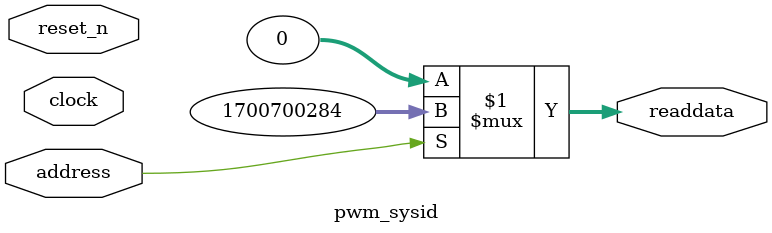
<source format=v>



// synthesis translate_off
`timescale 1ns / 1ps
// synthesis translate_on

// turn off superfluous verilog processor warnings 
// altera message_level Level1 
// altera message_off 10034 10035 10036 10037 10230 10240 10030 

module pwm_sysid (
               // inputs:
                address,
                clock,
                reset_n,

               // outputs:
                readdata
             )
;

  output  [ 31: 0] readdata;
  input            address;
  input            clock;
  input            reset_n;

  wire    [ 31: 0] readdata;
  //control_slave, which is an e_avalon_slave
  assign readdata = address ? 1700700284 : 0;

endmodule



</source>
